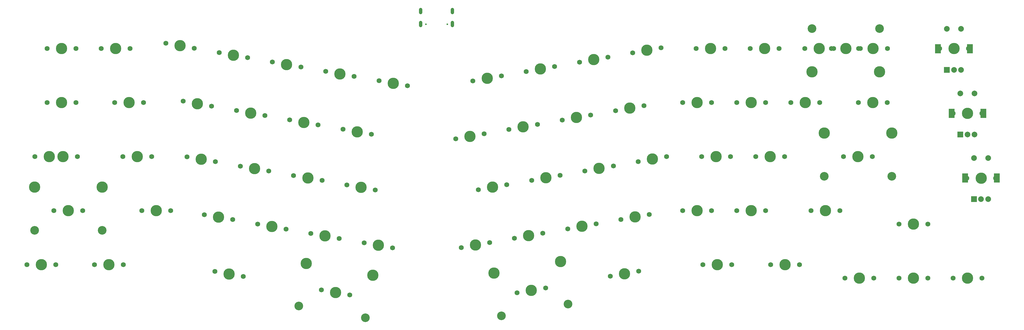
<source format=gts>
G04 #@! TF.GenerationSoftware,KiCad,Pcbnew,(5.1.4)-1*
G04 #@! TF.CreationDate,2020-08-05T10:24:04-07:00*
G04 #@! TF.ProjectId,trifecta,74726966-6563-4746-912e-6b696361645f,rev?*
G04 #@! TF.SameCoordinates,Original*
G04 #@! TF.FileFunction,Soldermask,Top*
G04 #@! TF.FilePolarity,Negative*
%FSLAX46Y46*%
G04 Gerber Fmt 4.6, Leading zero omitted, Abs format (unit mm)*
G04 Created by KiCad (PCBNEW (5.1.4)-1) date 2020-08-05 10:24:04*
%MOMM*%
%LPD*%
G04 APERTURE LIST*
%ADD10R,2.000000X2.000000*%
%ADD11C,2.000000*%
%ADD12R,2.000000X3.200000*%
%ADD13C,3.987800*%
%ADD14C,1.750000*%
%ADD15C,3.048000*%
%ADD16O,1.200000X2.300000*%
%ADD17C,0.600000*%
G04 APERTURE END LIST*
D10*
X330896200Y-62536200D03*
D11*
X333396200Y-62536200D03*
X335896200Y-62536200D03*
D12*
X327796200Y-55036200D03*
X338996200Y-55036200D03*
D11*
X330896200Y-48036200D03*
X335896200Y-48036200D03*
D10*
X326146490Y-39761210D03*
D11*
X328646490Y-39761210D03*
X331146490Y-39761210D03*
D12*
X323046490Y-32261210D03*
X334246490Y-32261210D03*
D11*
X326146490Y-25261210D03*
X331146490Y-25261210D03*
D10*
X321371290Y-17000000D03*
D11*
X323871290Y-17000000D03*
X326371290Y-17000000D03*
D12*
X318271290Y-9500000D03*
X329471290Y-9500000D03*
D11*
X321371290Y-2500000D03*
X326371290Y-2500000D03*
D13*
X240061250Y-47534746D03*
D14*
X234981250Y-47534746D03*
X245141250Y-47534746D03*
D13*
X240537500Y-85634746D03*
D14*
X235457500Y-85634746D03*
X245617500Y-85634746D03*
D13*
X5256250Y-47531250D03*
D14*
X176250Y-47531250D03*
X10336250Y-47531250D03*
D13*
X295306250Y-28484746D03*
D14*
X290226250Y-28484746D03*
X300386250Y-28484746D03*
D13*
X295341920Y-9407640D03*
D14*
X290261920Y-9407640D03*
X300421920Y-9407640D03*
D13*
X285781250Y-9434746D03*
D14*
X280701250Y-9434746D03*
X290861250Y-9434746D03*
D15*
X273875000Y-2449746D03*
X297687500Y-2449746D03*
D13*
X273875000Y-17689746D03*
X297687500Y-17689746D03*
X276383360Y-9417800D03*
D14*
X271303360Y-9417800D03*
X281463360Y-9417800D03*
D13*
X333447000Y-55188600D03*
D14*
X328367000Y-55188600D03*
X338527000Y-55188600D03*
D13*
X328671800Y-32328600D03*
D14*
X323591800Y-32328600D03*
X333751800Y-32328600D03*
D13*
X323947400Y-9468600D03*
D14*
X318867400Y-9468600D03*
X329027400Y-9468600D03*
D13*
X290067500Y-47534746D03*
D14*
X284987500Y-47534746D03*
X295147500Y-47534746D03*
D15*
X278161250Y-54519746D03*
X301973750Y-54519746D03*
D13*
X278161250Y-39279746D03*
X301973750Y-39279746D03*
D16*
X136074000Y-816800D03*
X147224000Y-816800D03*
X136074000Y3783200D03*
X147224000Y3783200D03*
D17*
X137899000Y-896800D03*
X145399000Y-896800D03*
D13*
X207863325Y-88846345D03*
D14*
X202860502Y-89728478D03*
X212866148Y-87964212D03*
D13*
X175018253Y-94701840D03*
D14*
X170015430Y-95583973D03*
X180021076Y-93819707D03*
D15*
X164505818Y-103648221D03*
X187956553Y-99513224D03*
D13*
X161859420Y-88639751D03*
X185310155Y-84504753D03*
X211586121Y-68812758D03*
D14*
X206583298Y-69694891D03*
X216588944Y-67930625D03*
D13*
X192825534Y-72120756D03*
D14*
X187822711Y-73002889D03*
X197828357Y-71238623D03*
D13*
X174064946Y-75428754D03*
D14*
X169062123Y-76310887D03*
X179067769Y-74546621D03*
D13*
X155304358Y-78736751D03*
D14*
X150301535Y-79618884D03*
X160307181Y-77854618D03*
D13*
X217658417Y-48398172D03*
D14*
X212655594Y-49280305D03*
X222661240Y-47516039D03*
D13*
X198897830Y-51706169D03*
D14*
X193895007Y-52588302D03*
X203900653Y-50824036D03*
D13*
X180125000Y-55025000D03*
D14*
X175122177Y-55907133D03*
X185127823Y-54142867D03*
D13*
X161376654Y-58322165D03*
D14*
X156373831Y-59204298D03*
X166379477Y-57440032D03*
D13*
X209660273Y-30464583D03*
D14*
X204657450Y-31346716D03*
X214663096Y-29582450D03*
D13*
X190899685Y-33772581D03*
D14*
X185896862Y-34654714D03*
X195902508Y-32890448D03*
D13*
X172139097Y-37080579D03*
D14*
X167136274Y-37962712D03*
X177141920Y-36198446D03*
D13*
X153378509Y-40388577D03*
D14*
X148375686Y-41270710D03*
X158381332Y-39506444D03*
D13*
X215732569Y-10049997D03*
D14*
X210729746Y-10932130D03*
X220735392Y-9167864D03*
D13*
X196971981Y-13357994D03*
D14*
X191969158Y-14240127D03*
X201974804Y-12475861D03*
D13*
X178211393Y-16665992D03*
D14*
X173208570Y-17548125D03*
X183214216Y-15783859D03*
D13*
X159450806Y-19973990D03*
D14*
X154447983Y-20856123D03*
X164453629Y-19091857D03*
D13*
X106052675Y-95430345D03*
D14*
X101049852Y-94548212D03*
X111055498Y-96312478D03*
D15*
X93114375Y-100241729D03*
X116565110Y-104376726D03*
D13*
X95760773Y-85233258D03*
X119211508Y-89368256D03*
X68568440Y-88914097D03*
D14*
X63565617Y-88031964D03*
X73571263Y-89796230D03*
D13*
X121118554Y-78806004D03*
D14*
X116115731Y-77923871D03*
X126121377Y-79688137D03*
D13*
X102357966Y-75498006D03*
D14*
X97355143Y-74615873D03*
X107360789Y-76380139D03*
D13*
X83597379Y-72190008D03*
D14*
X78594556Y-71307875D03*
X88600202Y-73072141D03*
D13*
X64836791Y-68882010D03*
D14*
X59833968Y-67999877D03*
X69839614Y-69764143D03*
D13*
X115046258Y-58391417D03*
D14*
X110043435Y-57509284D03*
X120049081Y-59273550D03*
D13*
X96285670Y-55083419D03*
D14*
X91282847Y-54201286D03*
X101288493Y-55965552D03*
D13*
X77525083Y-51775422D03*
D14*
X72522260Y-50893289D03*
X82527906Y-52657555D03*
D13*
X58764495Y-48467424D03*
D14*
X53761672Y-47585291D03*
X63767318Y-49349557D03*
D13*
X113664109Y-38803830D03*
D14*
X108661286Y-37921697D03*
X118666932Y-39685963D03*
D13*
X94903521Y-35495832D03*
D14*
X89900698Y-34613699D03*
X99906344Y-36377965D03*
D13*
X76142934Y-32187834D03*
D14*
X71140111Y-31305701D03*
X81145757Y-33069967D03*
D13*
X57382346Y-28879837D03*
D14*
X52379523Y-27997704D03*
X62385169Y-29761970D03*
D13*
X126352401Y-21697241D03*
D14*
X121349578Y-20815108D03*
X131355224Y-22579374D03*
D13*
X107591813Y-18389243D03*
D14*
X102588990Y-17507110D03*
X112594636Y-19271376D03*
D13*
X88831225Y-15081246D03*
D14*
X83828402Y-14199113D03*
X93834048Y-15963379D03*
D13*
X70070638Y-11773248D03*
D14*
X65067815Y-10891115D03*
X75073461Y-12655381D03*
D13*
X51310050Y-8465250D03*
D14*
X46307227Y-7583117D03*
X56312873Y-9347383D03*
D13*
X328643750Y-90397246D03*
D14*
X323563750Y-90397246D03*
X333723750Y-90397246D03*
D13*
X309593750Y-90397246D03*
D14*
X304513750Y-90397246D03*
X314673750Y-90397246D03*
D13*
X290543750Y-90397246D03*
D14*
X285463750Y-90397246D03*
X295623750Y-90397246D03*
D13*
X264350000Y-85634746D03*
D14*
X259270000Y-85634746D03*
X269430000Y-85634746D03*
D13*
X26225000Y-85634746D03*
D14*
X21145000Y-85634746D03*
X31305000Y-85634746D03*
D13*
X2412500Y-85634746D03*
D14*
X-2667500Y-85634746D03*
X7492500Y-85634746D03*
D13*
X309593750Y-71347246D03*
D14*
X304513750Y-71347246D03*
X314673750Y-71347246D03*
D13*
X278637500Y-66584746D03*
D14*
X273557500Y-66584746D03*
X283717500Y-66584746D03*
D13*
X252443750Y-66584746D03*
D14*
X247363750Y-66584746D03*
X257523750Y-66584746D03*
D13*
X233393750Y-66584746D03*
D14*
X228313750Y-66584746D03*
X238473750Y-66584746D03*
D13*
X42893750Y-66584746D03*
D14*
X37813750Y-66584746D03*
X47973750Y-66584746D03*
D13*
X11937500Y-66584746D03*
D14*
X6857500Y-66584746D03*
X17017500Y-66584746D03*
D15*
X31250Y-73569746D03*
X23843750Y-73569746D03*
D13*
X31250Y-58329746D03*
X23843750Y-58329746D03*
X259111250Y-47534746D03*
D14*
X254031250Y-47534746D03*
X264191250Y-47534746D03*
D13*
X36226250Y-47534746D03*
D14*
X31146250Y-47534746D03*
X41306250Y-47534746D03*
D13*
X10032500Y-47534746D03*
D14*
X4952500Y-47534746D03*
X15112500Y-47534746D03*
D13*
X271493750Y-28484746D03*
D14*
X266413750Y-28484746D03*
X276573750Y-28484746D03*
D13*
X252443750Y-28484746D03*
D14*
X247363750Y-28484746D03*
X257523750Y-28484746D03*
D13*
X233393750Y-28484746D03*
D14*
X228313750Y-28484746D03*
X238473750Y-28484746D03*
D13*
X33368750Y-28484746D03*
D14*
X28288750Y-28484746D03*
X38448750Y-28484746D03*
D13*
X9556250Y-28484746D03*
D14*
X4476250Y-28484746D03*
X14636250Y-28484746D03*
D13*
X257206250Y-9434746D03*
D14*
X252126250Y-9434746D03*
X262286250Y-9434746D03*
D13*
X238156250Y-9434746D03*
D14*
X233076250Y-9434746D03*
X243236250Y-9434746D03*
D13*
X28606250Y-9434746D03*
D14*
X23526250Y-9434746D03*
X33686250Y-9434746D03*
D13*
X9556250Y-9434746D03*
D14*
X4476250Y-9434746D03*
X14636250Y-9434746D03*
M02*

</source>
